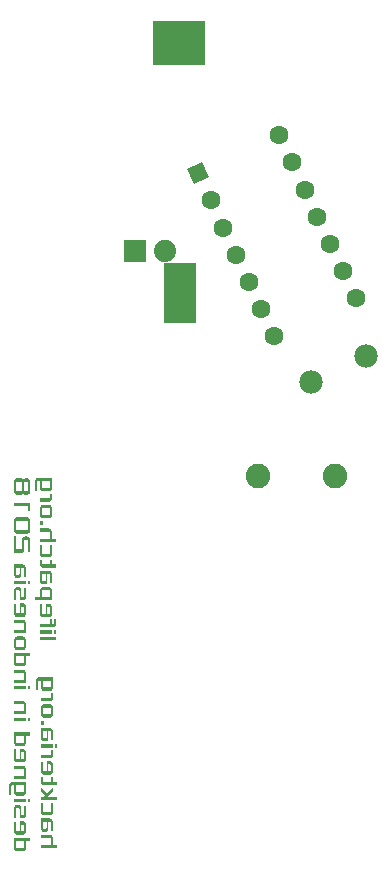
<source format=gbs>
G04 ---------------------------- Layer name :BOTTOM SOLDER LAYER*
G04 easyEDA 0.1*
G04 Scale: 100 percent, Rotated: No, Reflected: No *
G04 Dimensions in inches *
G04 leading zeros omitted , absolute positions ,2 integer and 4 * 
%FSLAX24Y24*%
%MOIN*%
G90*
G70D02*

%ADD12R,0.173354X0.145795*%
%ADD13R,0.106425X0.204850*%
%ADD14C,0.086740*%
%ADD16R,0.074000X0.074000*%
%ADD17C,0.074000*%
%ADD19C,0.078000*%
%ADD22C,0.063000*%
%ADD24C,0.082000*%

%LPD*%

%LPD*%
G36*
G01X2196Y11684D02*
G01X1668Y11684D01*
G01X1668Y11796D01*
G01X2196Y11796D01*
G01X2196Y11684D01*
G37*
G36*
G01X2052Y11900D02*
G01X1668Y11900D01*
G01X1668Y12012D01*
G01X2052Y12012D01*
G01X2052Y11900D01*
G37*
G36*
G01X2196Y11900D02*
G01X2116Y11900D01*
G01X2116Y12012D01*
G01X2196Y12012D01*
G01X2196Y11900D01*
G37*
G36*
G01X2108Y12116D02*
G01X1668Y12116D01*
G01X1668Y12228D01*
G01X1992Y12228D01*
G01X1992Y12380D01*
G01X2052Y12380D01*
G01X2052Y12228D01*
G01X2116Y12228D01*
G01X2116Y12228D01*
G01X2124Y12229D01*
G01X2130Y12234D01*
G01X2134Y12243D01*
G01X2136Y12256D01*
G01X2136Y12380D01*
G01X2196Y12380D01*
G01X2196Y12236D01*
G01X2196Y12236D01*
G01X2194Y12209D01*
G01X2190Y12185D01*
G01X2183Y12164D01*
G01X2174Y12147D01*
G01X2162Y12133D01*
G01X2147Y12124D01*
G01X2129Y12118D01*
G01X2108Y12116D01*
G37*
G36*
G01X1964Y12460D02*
G01X1756Y12460D01*
G01X1756Y12460D01*
G01X1735Y12462D01*
G01X1716Y12468D01*
G01X1701Y12477D01*
G01X1689Y12491D01*
G01X1680Y12508D01*
G01X1673Y12529D01*
G01X1669Y12553D01*
G01X1668Y12580D01*
G01X1668Y12892D01*
G01X1728Y12892D01*
G01X1728Y12600D01*
G01X1728Y12600D01*
G01X1729Y12587D01*
G01X1733Y12578D01*
G01X1739Y12573D01*
G01X1748Y12572D01*
G01X1848Y12572D01*
G01X1848Y12908D01*
G01X1964Y12908D01*
G01X1964Y12908D01*
G01X1985Y12905D01*
G01X2003Y12899D01*
G01X2018Y12890D01*
G01X2030Y12876D01*
G01X2039Y12859D01*
G01X2046Y12838D01*
G01X2050Y12814D01*
G01X2052Y12788D01*
G01X2052Y12580D01*
G01X2052Y12580D01*
G01X2050Y12553D01*
G01X2046Y12529D01*
G01X2039Y12508D01*
G01X2030Y12491D01*
G01X2018Y12477D01*
G01X2003Y12468D01*
G01X1985Y12462D01*
G01X1964Y12460D01*
G37*
G36*
G01X2052Y13012D02*
G01X1500Y13012D01*
G01X1500Y13124D01*
G01X1668Y13124D01*
G01X1668Y13340D01*
G01X1668Y13340D01*
G01X1669Y13366D01*
G01X1673Y13390D01*
G01X1680Y13411D01*
G01X1689Y13428D01*
G01X1701Y13442D01*
G01X1716Y13451D01*
G01X1735Y13457D01*
G01X1756Y13460D01*
G01X1964Y13460D01*
G01X1964Y13460D01*
G01X1985Y13457D01*
G01X2003Y13451D01*
G01X2018Y13442D01*
G01X2030Y13428D01*
G01X2039Y13411D01*
G01X2046Y13390D01*
G01X2050Y13366D01*
G01X2052Y13340D01*
G01X2052Y13012D01*
G37*
G36*
G01X1820Y13556D02*
G01X1756Y13556D01*
G01X1756Y13556D01*
G01X1735Y13558D01*
G01X1716Y13564D01*
G01X1701Y13573D01*
G01X1689Y13587D01*
G01X1680Y13604D01*
G01X1673Y13625D01*
G01X1669Y13649D01*
G01X1668Y13676D01*
G01X1668Y14004D01*
G01X1964Y14004D01*
G01X1964Y14004D01*
G01X1985Y14001D01*
G01X2003Y13995D01*
G01X2018Y13986D01*
G01X2030Y13972D01*
G01X2039Y13955D01*
G01X2046Y13934D01*
G01X2050Y13910D01*
G01X2052Y13884D01*
G01X2052Y13588D01*
G01X1992Y13588D01*
G01X1992Y13864D01*
G01X1992Y13864D01*
G01X1990Y13876D01*
G01X1986Y13885D01*
G01X1980Y13890D01*
G01X1972Y13892D01*
G01X1908Y13892D01*
G01X1908Y13676D01*
G01X1908Y13676D01*
G01X1906Y13649D01*
G01X1902Y13625D01*
G01X1895Y13604D01*
G01X1886Y13587D01*
G01X1874Y13573D01*
G01X1859Y13564D01*
G01X1841Y13558D01*
G01X1820Y13556D01*
G37*
G36*
G01X2196Y14108D02*
G01X1756Y14108D01*
G01X1756Y14108D01*
G01X1735Y14110D01*
G01X1716Y14116D01*
G01X1701Y14125D01*
G01X1689Y14139D01*
G01X1680Y14156D01*
G01X1673Y14177D01*
G01X1669Y14201D01*
G01X1668Y14228D01*
G01X1668Y14372D01*
G01X1728Y14372D01*
G01X1728Y14248D01*
G01X1728Y14248D01*
G01X1729Y14235D01*
G01X1733Y14226D01*
G01X1739Y14221D01*
G01X1748Y14220D01*
G01X1992Y14220D01*
G01X1992Y14372D01*
G01X2052Y14372D01*
G01X2052Y14220D01*
G01X2196Y14220D01*
G01X2196Y14108D01*
G37*
G36*
G01X1964Y14460D02*
G01X1756Y14460D01*
G01X1756Y14460D01*
G01X1735Y14462D01*
G01X1716Y14468D01*
G01X1701Y14477D01*
G01X1689Y14491D01*
G01X1680Y14508D01*
G01X1673Y14529D01*
G01X1669Y14553D01*
G01X1668Y14580D01*
G01X1668Y14876D01*
G01X1728Y14876D01*
G01X1728Y14600D01*
G01X1728Y14600D01*
G01X1729Y14587D01*
G01X1733Y14578D01*
G01X1739Y14573D01*
G01X1748Y14572D01*
G01X1972Y14572D01*
G01X1972Y14572D01*
G01X1980Y14573D01*
G01X1986Y14578D01*
G01X1990Y14587D01*
G01X1992Y14600D01*
G01X1992Y14876D01*
G01X2052Y14876D01*
G01X2052Y14580D01*
G01X2052Y14580D01*
G01X2050Y14553D01*
G01X2046Y14529D01*
G01X2039Y14508D01*
G01X2030Y14491D01*
G01X2018Y14477D01*
G01X2003Y14468D01*
G01X1985Y14462D01*
G01X1964Y14460D01*
G37*
G36*
G01X2196Y14964D02*
G01X1668Y14964D01*
G01X1668Y15076D01*
G01X1992Y15076D01*
G01X1992Y15272D01*
G01X1992Y15272D01*
G01X1990Y15284D01*
G01X1986Y15293D01*
G01X1980Y15298D01*
G01X1972Y15300D01*
G01X1668Y15300D01*
G01X1668Y15412D01*
G01X1964Y15412D01*
G01X1964Y15412D01*
G01X1985Y15409D01*
G01X2003Y15403D01*
G01X2018Y15394D01*
G01X2030Y15380D01*
G01X2039Y15363D01*
G01X2046Y15342D01*
G01X2050Y15318D01*
G01X2052Y15292D01*
G01X2052Y15076D01*
G01X2196Y15076D01*
G01X2196Y14964D01*
G37*
G36*
G01X1764Y15524D02*
G01X1668Y15524D01*
G01X1668Y15644D01*
G01X1764Y15644D01*
G01X1764Y15524D01*
G37*
G36*
G01X1964Y15756D02*
G01X1756Y15756D01*
G01X1756Y15756D01*
G01X1735Y15758D01*
G01X1716Y15764D01*
G01X1701Y15773D01*
G01X1689Y15787D01*
G01X1680Y15804D01*
G01X1673Y15825D01*
G01X1669Y15849D01*
G01X1668Y15876D01*
G01X1668Y16084D01*
G01X1668Y16084D01*
G01X1669Y16110D01*
G01X1673Y16134D01*
G01X1680Y16155D01*
G01X1689Y16172D01*
G01X1701Y16186D01*
G01X1716Y16195D01*
G01X1735Y16201D01*
G01X1756Y16204D01*
G01X1964Y16204D01*
G01X1964Y16204D01*
G01X1985Y16201D01*
G01X2003Y16195D01*
G01X2018Y16186D01*
G01X2030Y16172D01*
G01X2039Y16155D01*
G01X2046Y16134D01*
G01X2050Y16110D01*
G01X2052Y16084D01*
G01X2052Y15876D01*
G01X2052Y15876D01*
G01X2050Y15849D01*
G01X2046Y15825D01*
G01X2039Y15804D01*
G01X2030Y15787D01*
G01X2018Y15773D01*
G01X2003Y15764D01*
G01X1985Y15758D01*
G01X1964Y15756D01*
G37*
G36*
G01X1964Y16308D02*
G01X1668Y16308D01*
G01X1668Y16420D01*
G01X1972Y16420D01*
G01X1972Y16420D01*
G01X1980Y16421D01*
G01X1986Y16426D01*
G01X1990Y16435D01*
G01X1992Y16448D01*
G01X1992Y16572D01*
G01X2052Y16572D01*
G01X2052Y16428D01*
G01X2052Y16428D01*
G01X2050Y16401D01*
G01X2046Y16377D01*
G01X2039Y16356D01*
G01X2030Y16339D01*
G01X2018Y16325D01*
G01X2003Y16316D01*
G01X1985Y16310D01*
G01X1964Y16308D01*
G37*
G36*
G01X1964Y16652D02*
G01X1756Y16652D01*
G01X1756Y16652D01*
G01X1735Y16654D01*
G01X1716Y16660D01*
G01X1701Y16669D01*
G01X1689Y16683D01*
G01X1680Y16700D01*
G01X1673Y16721D01*
G01X1669Y16745D01*
G01X1668Y16772D01*
G01X1668Y16988D01*
G01X1588Y16988D01*
G01X1588Y16988D01*
G01X1575Y16985D01*
G01X1566Y16977D01*
G01X1561Y16966D01*
G01X1560Y16952D01*
G01X1560Y16668D01*
G01X1500Y16668D01*
G01X1500Y16980D01*
G01X1500Y16980D01*
G01X1501Y17006D01*
G01X1505Y17030D01*
G01X1512Y17051D01*
G01X1521Y17068D01*
G01X1533Y17082D01*
G01X1548Y17091D01*
G01X1567Y17097D01*
G01X1588Y17100D01*
G01X2052Y17100D01*
G01X2052Y16772D01*
G01X2052Y16772D01*
G01X2050Y16745D01*
G01X2046Y16721D01*
G01X2039Y16700D01*
G01X2030Y16683D01*
G01X2018Y16669D01*
G01X2003Y16660D01*
G01X1985Y16654D01*
G01X1964Y16652D01*
G37*

%LPC*%
G36*
G01X1908Y12796D02*
G01X1908Y12572D01*
G01X1972Y12572D01*
G01X1972Y12572D01*
G01X1980Y12573D01*
G01X1986Y12578D01*
G01X1990Y12587D01*
G01X1992Y12600D01*
G01X1992Y12768D01*
G01X1992Y12768D01*
G01X1990Y12780D01*
G01X1986Y12789D01*
G01X1980Y12794D01*
G01X1972Y12796D01*
G01X1908Y12796D01*
G37*
G36*
G01X1728Y13320D02*
G01X1728Y13124D01*
G01X1992Y13124D01*
G01X1992Y13320D01*
G01X1992Y13320D01*
G01X1990Y13332D01*
G01X1986Y13341D01*
G01X1980Y13346D01*
G01X1972Y13348D01*
G01X1748Y13348D01*
G01X1748Y13348D01*
G01X1739Y13346D01*
G01X1733Y13341D01*
G01X1729Y13332D01*
G01X1728Y13320D01*
G37*
G36*
G01X1748Y13668D02*
G01X1748Y13668D01*
G01X1828Y13668D01*
G01X1828Y13668D01*
G01X1836Y13669D01*
G01X1842Y13674D01*
G01X1846Y13683D01*
G01X1848Y13696D01*
G01X1848Y13892D01*
G01X1728Y13892D01*
G01X1728Y13696D01*
G01X1728Y13696D01*
G01X1729Y13683D01*
G01X1733Y13674D01*
G01X1739Y13669D01*
G01X1748Y13668D01*
G37*
G36*
G01X1748Y15868D02*
G01X1748Y15868D01*
G01X1972Y15868D01*
G01X1972Y15868D01*
G01X1980Y15869D01*
G01X1986Y15874D01*
G01X1990Y15883D01*
G01X1992Y15896D01*
G01X1992Y16064D01*
G01X1992Y16064D01*
G01X1990Y16076D01*
G01X1986Y16085D01*
G01X1980Y16090D01*
G01X1972Y16092D01*
G01X1748Y16092D01*
G01X1748Y16092D01*
G01X1739Y16090D01*
G01X1733Y16085D01*
G01X1729Y16076D01*
G01X1728Y16064D01*
G01X1728Y15896D01*
G01X1728Y15896D01*
G01X1729Y15883D01*
G01X1733Y15874D01*
G01X1739Y15869D01*
G01X1748Y15868D01*
G37*
G36*
G01X1748Y16764D02*
G01X1748Y16764D01*
G01X1972Y16764D01*
G01X1972Y16764D01*
G01X1980Y16765D01*
G01X1986Y16770D01*
G01X1990Y16779D01*
G01X1992Y16792D01*
G01X1992Y16988D01*
G01X1728Y16988D01*
G01X1728Y16792D01*
G01X1728Y16792D01*
G01X1729Y16779D01*
G01X1733Y16770D01*
G01X1739Y16765D01*
G01X1748Y16764D01*
G37*

%LPD*%

%LPD*%
G36*
G01X2227Y4751D02*
G01X1699Y4751D01*
G01X1699Y4863D01*
G01X2023Y4863D01*
G01X2023Y5059D01*
G01X2023Y5059D01*
G01X2022Y5072D01*
G01X2018Y5081D01*
G01X2012Y5086D01*
G01X2003Y5088D01*
G01X1699Y5088D01*
G01X1699Y5200D01*
G01X1995Y5200D01*
G01X1995Y5200D01*
G01X2016Y5197D01*
G01X2035Y5191D01*
G01X2050Y5182D01*
G01X2062Y5168D01*
G01X2071Y5151D01*
G01X2078Y5130D01*
G01X2082Y5106D01*
G01X2083Y5080D01*
G01X2083Y4863D01*
G01X2227Y4863D01*
G01X2227Y4751D01*
G37*
G36*
G01X1851Y5296D02*
G01X1787Y5296D01*
G01X1787Y5296D01*
G01X1766Y5298D01*
G01X1748Y5304D01*
G01X1733Y5313D01*
G01X1721Y5327D01*
G01X1712Y5344D01*
G01X1705Y5365D01*
G01X1701Y5389D01*
G01X1699Y5415D01*
G01X1699Y5744D01*
G01X1995Y5744D01*
G01X1995Y5744D01*
G01X2016Y5741D01*
G01X2035Y5735D01*
G01X2050Y5726D01*
G01X2062Y5712D01*
G01X2071Y5695D01*
G01X2078Y5674D01*
G01X2082Y5650D01*
G01X2083Y5623D01*
G01X2083Y5328D01*
G01X2023Y5328D01*
G01X2023Y5603D01*
G01X2023Y5603D01*
G01X2022Y5616D01*
G01X2018Y5625D01*
G01X2012Y5630D01*
G01X2003Y5632D01*
G01X1939Y5632D01*
G01X1939Y5415D01*
G01X1939Y5415D01*
G01X1938Y5389D01*
G01X1934Y5365D01*
G01X1927Y5344D01*
G01X1918Y5327D01*
G01X1906Y5313D01*
G01X1891Y5304D01*
G01X1872Y5298D01*
G01X1851Y5296D01*
G37*
G36*
G01X1995Y5848D02*
G01X1787Y5848D01*
G01X1787Y5848D01*
G01X1766Y5850D01*
G01X1748Y5856D01*
G01X1733Y5865D01*
G01X1721Y5879D01*
G01X1712Y5896D01*
G01X1705Y5917D01*
G01X1701Y5941D01*
G01X1699Y5967D01*
G01X1699Y6263D01*
G01X1759Y6263D01*
G01X1759Y5988D01*
G01X1759Y5988D01*
G01X1761Y5975D01*
G01X1765Y5966D01*
G01X1771Y5961D01*
G01X1779Y5959D01*
G01X2003Y5959D01*
G01X2003Y5959D01*
G01X2012Y5961D01*
G01X2018Y5966D01*
G01X2022Y5975D01*
G01X2023Y5988D01*
G01X2023Y6263D01*
G01X2083Y6263D01*
G01X2083Y5967D01*
G01X2083Y5967D01*
G01X2082Y5941D01*
G01X2078Y5917D01*
G01X2071Y5896D01*
G01X2062Y5879D01*
G01X2050Y5865D01*
G01X2035Y5856D01*
G01X2016Y5850D01*
G01X1995Y5848D01*
G37*
G36*
G01X2227Y6351D02*
G01X1699Y6351D01*
G01X1699Y6463D01*
G01X1763Y6463D01*
G01X1835Y6536D01*
G01X1699Y6671D01*
G01X1699Y6800D01*
G01X1899Y6600D01*
G01X2083Y6784D01*
G01X2083Y6655D01*
G01X1891Y6463D01*
G01X2227Y6463D01*
G01X2227Y6351D01*
G37*
G36*
G01X2227Y6855D02*
G01X1787Y6855D01*
G01X1787Y6855D01*
G01X1766Y6858D01*
G01X1748Y6864D01*
G01X1733Y6873D01*
G01X1721Y6887D01*
G01X1712Y6904D01*
G01X1705Y6925D01*
G01X1701Y6949D01*
G01X1699Y6976D01*
G01X1699Y7119D01*
G01X1759Y7119D01*
G01X1759Y6996D01*
G01X1759Y6996D01*
G01X1761Y6983D01*
G01X1765Y6974D01*
G01X1771Y6969D01*
G01X1779Y6967D01*
G01X2023Y6967D01*
G01X2023Y7119D01*
G01X2083Y7119D01*
G01X2083Y6967D01*
G01X2227Y6967D01*
G01X2227Y6855D01*
G37*
G36*
G01X1995Y7207D02*
G01X1787Y7207D01*
G01X1787Y7207D01*
G01X1766Y7210D01*
G01X1748Y7216D01*
G01X1733Y7225D01*
G01X1721Y7239D01*
G01X1712Y7256D01*
G01X1705Y7277D01*
G01X1701Y7301D01*
G01X1699Y7328D01*
G01X1699Y7640D01*
G01X1759Y7640D01*
G01X1759Y7348D01*
G01X1759Y7348D01*
G01X1761Y7335D01*
G01X1765Y7326D01*
G01X1771Y7321D01*
G01X1779Y7319D01*
G01X1879Y7319D01*
G01X1879Y7655D01*
G01X1995Y7655D01*
G01X1995Y7655D01*
G01X2016Y7653D01*
G01X2035Y7647D01*
G01X2050Y7638D01*
G01X2062Y7624D01*
G01X2071Y7607D01*
G01X2078Y7586D01*
G01X2082Y7562D01*
G01X2083Y7536D01*
G01X2083Y7328D01*
G01X2083Y7328D01*
G01X2082Y7301D01*
G01X2078Y7277D01*
G01X2071Y7256D01*
G01X2062Y7239D01*
G01X2050Y7225D01*
G01X2035Y7216D01*
G01X2016Y7210D01*
G01X1995Y7207D01*
G37*
G36*
G01X1995Y7759D02*
G01X1699Y7759D01*
G01X1699Y7871D01*
G01X2003Y7871D01*
G01X2003Y7871D01*
G01X2012Y7873D01*
G01X2018Y7878D01*
G01X2022Y7887D01*
G01X2023Y7900D01*
G01X2023Y8023D01*
G01X2083Y8023D01*
G01X2083Y7880D01*
G01X2083Y7880D01*
G01X2082Y7853D01*
G01X2078Y7829D01*
G01X2071Y7808D01*
G01X2062Y7791D01*
G01X2050Y7777D01*
G01X2035Y7768D01*
G01X2016Y7762D01*
G01X1995Y7759D01*
G37*
G36*
G01X2083Y8103D02*
G01X1699Y8103D01*
G01X1699Y8215D01*
G01X2083Y8215D01*
G01X2083Y8103D01*
G37*
G36*
G01X2227Y8103D02*
G01X2147Y8103D01*
G01X2147Y8215D01*
G01X2227Y8215D01*
G01X2227Y8103D01*
G37*
G36*
G01X1851Y8311D02*
G01X1787Y8311D01*
G01X1787Y8311D01*
G01X1766Y8314D01*
G01X1748Y8320D01*
G01X1733Y8329D01*
G01X1721Y8343D01*
G01X1712Y8360D01*
G01X1705Y8381D01*
G01X1701Y8405D01*
G01X1699Y8432D01*
G01X1699Y8759D01*
G01X1995Y8759D01*
G01X1995Y8759D01*
G01X2016Y8757D01*
G01X2035Y8751D01*
G01X2050Y8742D01*
G01X2062Y8728D01*
G01X2071Y8711D01*
G01X2078Y8690D01*
G01X2082Y8666D01*
G01X2083Y8640D01*
G01X2083Y8344D01*
G01X2023Y8344D01*
G01X2023Y8619D01*
G01X2023Y8619D01*
G01X2022Y8632D01*
G01X2018Y8641D01*
G01X2012Y8646D01*
G01X2003Y8648D01*
G01X1939Y8648D01*
G01X1939Y8432D01*
G01X1939Y8432D01*
G01X1938Y8405D01*
G01X1934Y8381D01*
G01X1927Y8360D01*
G01X1918Y8343D01*
G01X1906Y8329D01*
G01X1891Y8320D01*
G01X1872Y8314D01*
G01X1851Y8311D01*
G37*
G36*
G01X1795Y8871D02*
G01X1699Y8871D01*
G01X1699Y8992D01*
G01X1795Y8992D01*
G01X1795Y8871D01*
G37*
G36*
G01X1995Y9103D02*
G01X1787Y9103D01*
G01X1787Y9103D01*
G01X1766Y9106D01*
G01X1748Y9112D01*
G01X1733Y9121D01*
G01X1721Y9135D01*
G01X1712Y9152D01*
G01X1705Y9173D01*
G01X1701Y9197D01*
G01X1699Y9223D01*
G01X1699Y9432D01*
G01X1699Y9432D01*
G01X1701Y9458D01*
G01X1705Y9482D01*
G01X1712Y9503D01*
G01X1721Y9520D01*
G01X1733Y9534D01*
G01X1748Y9543D01*
G01X1766Y9549D01*
G01X1787Y9551D01*
G01X1995Y9551D01*
G01X1995Y9551D01*
G01X2016Y9549D01*
G01X2035Y9543D01*
G01X2050Y9534D01*
G01X2062Y9520D01*
G01X2071Y9503D01*
G01X2078Y9482D01*
G01X2082Y9458D01*
G01X2083Y9432D01*
G01X2083Y9223D01*
G01X2083Y9223D01*
G01X2082Y9197D01*
G01X2078Y9173D01*
G01X2071Y9152D01*
G01X2062Y9135D01*
G01X2050Y9121D01*
G01X2035Y9112D01*
G01X2016Y9106D01*
G01X1995Y9103D01*
G37*
G36*
G01X1995Y9655D02*
G01X1699Y9655D01*
G01X1699Y9767D01*
G01X2003Y9767D01*
G01X2003Y9767D01*
G01X2012Y9769D01*
G01X2018Y9774D01*
G01X2022Y9783D01*
G01X2023Y9796D01*
G01X2023Y9919D01*
G01X2083Y9919D01*
G01X2083Y9776D01*
G01X2083Y9776D01*
G01X2082Y9749D01*
G01X2078Y9725D01*
G01X2071Y9704D01*
G01X2062Y9687D01*
G01X2050Y9673D01*
G01X2035Y9664D01*
G01X2016Y9658D01*
G01X1995Y9655D01*
G37*
G36*
G01X1995Y10000D02*
G01X1787Y10000D01*
G01X1787Y10000D01*
G01X1766Y10002D01*
G01X1748Y10008D01*
G01X1733Y10017D01*
G01X1721Y10031D01*
G01X1712Y10048D01*
G01X1705Y10069D01*
G01X1701Y10093D01*
G01X1699Y10119D01*
G01X1699Y10336D01*
G01X1619Y10336D01*
G01X1619Y10336D01*
G01X1607Y10333D01*
G01X1598Y10325D01*
G01X1593Y10314D01*
G01X1591Y10300D01*
G01X1591Y10015D01*
G01X1531Y10015D01*
G01X1531Y10328D01*
G01X1531Y10328D01*
G01X1533Y10354D01*
G01X1537Y10378D01*
G01X1544Y10399D01*
G01X1553Y10416D01*
G01X1565Y10430D01*
G01X1580Y10439D01*
G01X1598Y10445D01*
G01X1619Y10448D01*
G01X2083Y10448D01*
G01X2083Y10119D01*
G01X2083Y10119D01*
G01X2082Y10093D01*
G01X2078Y10069D01*
G01X2071Y10048D01*
G01X2062Y10031D01*
G01X2050Y10017D01*
G01X2035Y10008D01*
G01X2016Y10002D01*
G01X1995Y10000D01*
G37*

%LPC*%
G36*
G01X1779Y5407D02*
G01X1779Y5407D01*
G01X1859Y5407D01*
G01X1859Y5407D01*
G01X1868Y5409D01*
G01X1874Y5414D01*
G01X1878Y5423D01*
G01X1879Y5436D01*
G01X1879Y5632D01*
G01X1759Y5632D01*
G01X1759Y5436D01*
G01X1759Y5436D01*
G01X1761Y5423D01*
G01X1765Y5414D01*
G01X1771Y5409D01*
G01X1779Y5407D01*
G37*
G36*
G01X1939Y7544D02*
G01X1939Y7319D01*
G01X2003Y7319D01*
G01X2003Y7319D01*
G01X2012Y7321D01*
G01X2018Y7326D01*
G01X2022Y7335D01*
G01X2023Y7348D01*
G01X2023Y7515D01*
G01X2023Y7515D01*
G01X2022Y7528D01*
G01X2018Y7537D01*
G01X2012Y7542D01*
G01X2003Y7544D01*
G01X1939Y7544D01*
G37*
G36*
G01X1779Y8423D02*
G01X1779Y8423D01*
G01X1859Y8423D01*
G01X1859Y8423D01*
G01X1868Y8425D01*
G01X1874Y8430D01*
G01X1878Y8439D01*
G01X1879Y8451D01*
G01X1879Y8648D01*
G01X1759Y8648D01*
G01X1759Y8451D01*
G01X1759Y8451D01*
G01X1761Y8439D01*
G01X1765Y8430D01*
G01X1771Y8425D01*
G01X1779Y8423D01*
G37*
G36*
G01X1779Y9215D02*
G01X1779Y9215D01*
G01X2003Y9215D01*
G01X2003Y9215D01*
G01X2012Y9217D01*
G01X2018Y9222D01*
G01X2022Y9231D01*
G01X2023Y9244D01*
G01X2023Y9411D01*
G01X2023Y9411D01*
G01X2022Y9424D01*
G01X2018Y9433D01*
G01X2012Y9438D01*
G01X2003Y9440D01*
G01X1779Y9440D01*
G01X1779Y9440D01*
G01X1771Y9438D01*
G01X1765Y9433D01*
G01X1761Y9424D01*
G01X1759Y9411D01*
G01X1759Y9244D01*
G01X1759Y9244D01*
G01X1761Y9231D01*
G01X1765Y9222D01*
G01X1771Y9217D01*
G01X1779Y9215D01*
G37*
G36*
G01X1779Y10111D02*
G01X1779Y10111D01*
G01X2003Y10111D01*
G01X2003Y10111D01*
G01X2012Y10113D01*
G01X2018Y10118D01*
G01X2022Y10127D01*
G01X2023Y10140D01*
G01X2023Y10336D01*
G01X1759Y10336D01*
G01X1759Y10140D01*
G01X1759Y10140D01*
G01X1761Y10127D01*
G01X1765Y10118D01*
G01X1771Y10113D01*
G01X1779Y10111D01*
G37*

%LPD*%

%LPD*%
G36*
G01X1096Y4652D02*
G01X888Y4652D01*
G01X888Y4652D01*
G01X866Y4654D01*
G01X848Y4660D01*
G01X833Y4669D01*
G01X821Y4683D01*
G01X812Y4700D01*
G01X805Y4721D01*
G01X801Y4745D01*
G01X800Y4772D01*
G01X800Y5100D01*
G01X1328Y5100D01*
G01X1328Y4988D01*
G01X1184Y4988D01*
G01X1184Y4772D01*
G01X1184Y4772D01*
G01X1182Y4745D01*
G01X1178Y4721D01*
G01X1171Y4700D01*
G01X1162Y4683D01*
G01X1150Y4669D01*
G01X1135Y4660D01*
G01X1117Y4654D01*
G01X1096Y4652D01*
G37*
G36*
G01X1096Y5204D02*
G01X888Y5204D01*
G01X888Y5204D01*
G01X866Y5206D01*
G01X848Y5212D01*
G01X833Y5221D01*
G01X821Y5235D01*
G01X812Y5252D01*
G01X805Y5273D01*
G01X801Y5297D01*
G01X800Y5324D01*
G01X800Y5636D01*
G01X859Y5636D01*
G01X859Y5344D01*
G01X859Y5344D01*
G01X861Y5331D01*
G01X865Y5322D01*
G01X871Y5317D01*
G01X880Y5316D01*
G01X980Y5316D01*
G01X980Y5652D01*
G01X1096Y5652D01*
G01X1096Y5652D01*
G01X1117Y5649D01*
G01X1135Y5643D01*
G01X1150Y5634D01*
G01X1162Y5620D01*
G01X1171Y5603D01*
G01X1178Y5582D01*
G01X1182Y5558D01*
G01X1184Y5532D01*
G01X1184Y5324D01*
G01X1184Y5324D01*
G01X1182Y5297D01*
G01X1178Y5273D01*
G01X1171Y5252D01*
G01X1162Y5235D01*
G01X1150Y5221D01*
G01X1135Y5212D01*
G01X1117Y5206D01*
G01X1096Y5204D01*
G37*
G36*
G01X859Y5748D02*
G01X800Y5748D01*
G01X800Y6076D01*
G01X800Y6076D01*
G01X801Y6102D01*
G01X805Y6126D01*
G01X812Y6147D01*
G01X821Y6164D01*
G01X833Y6178D01*
G01X848Y6187D01*
G01X866Y6193D01*
G01X888Y6196D01*
G01X951Y6196D01*
G01X951Y6196D01*
G01X973Y6193D01*
G01X991Y6187D01*
G01X1006Y6178D01*
G01X1018Y6164D01*
G01X1027Y6147D01*
G01X1034Y6126D01*
G01X1038Y6102D01*
G01X1040Y6076D01*
G01X1040Y5888D01*
G01X1040Y5888D01*
G01X1041Y5875D01*
G01X1045Y5866D01*
G01X1051Y5861D01*
G01X1059Y5860D01*
G01X1103Y5860D01*
G01X1103Y5860D01*
G01X1112Y5861D01*
G01X1118Y5866D01*
G01X1122Y5875D01*
G01X1123Y5888D01*
G01X1123Y6164D01*
G01X1184Y6164D01*
G01X1184Y5868D01*
G01X1184Y5868D01*
G01X1182Y5841D01*
G01X1178Y5817D01*
G01X1171Y5796D01*
G01X1162Y5779D01*
G01X1150Y5765D01*
G01X1135Y5756D01*
G01X1117Y5750D01*
G01X1096Y5748D01*
G01X1067Y5748D01*
G01X1067Y5748D01*
G01X1046Y5750D01*
G01X1028Y5756D01*
G01X1013Y5765D01*
G01X1001Y5779D01*
G01X992Y5796D01*
G01X985Y5817D01*
G01X981Y5841D01*
G01X980Y5868D01*
G01X980Y6056D01*
G01X980Y6056D01*
G01X978Y6068D01*
G01X974Y6077D01*
G01X968Y6082D01*
G01X959Y6084D01*
G01X880Y6084D01*
G01X880Y6084D01*
G01X871Y6082D01*
G01X865Y6077D01*
G01X861Y6068D01*
G01X859Y6056D01*
G01X859Y5748D01*
G37*
G36*
G01X1184Y6292D02*
G01X800Y6292D01*
G01X800Y6404D01*
G01X1184Y6404D01*
G01X1184Y6292D01*
G37*
G36*
G01X1328Y6292D02*
G01X1248Y6292D01*
G01X1248Y6404D01*
G01X1328Y6404D01*
G01X1328Y6292D01*
G37*
G36*
G01X1096Y6508D02*
G01X888Y6508D01*
G01X888Y6508D01*
G01X866Y6510D01*
G01X848Y6516D01*
G01X833Y6525D01*
G01X821Y6539D01*
G01X812Y6556D01*
G01X805Y6577D01*
G01X801Y6601D01*
G01X800Y6628D01*
G01X800Y6844D01*
G01X719Y6844D01*
G01X719Y6844D01*
G01X707Y6841D01*
G01X698Y6833D01*
G01X693Y6822D01*
G01X692Y6808D01*
G01X692Y6524D01*
G01X632Y6524D01*
G01X632Y6836D01*
G01X632Y6836D01*
G01X633Y6862D01*
G01X637Y6886D01*
G01X644Y6907D01*
G01X653Y6924D01*
G01X665Y6938D01*
G01X680Y6947D01*
G01X698Y6953D01*
G01X719Y6956D01*
G01X1184Y6956D01*
G01X1184Y6628D01*
G01X1184Y6628D01*
G01X1182Y6601D01*
G01X1178Y6577D01*
G01X1171Y6556D01*
G01X1162Y6539D01*
G01X1150Y6525D01*
G01X1135Y6516D01*
G01X1117Y6510D01*
G01X1096Y6508D01*
G37*
G36*
G01X1184Y7060D02*
G01X800Y7060D01*
G01X800Y7172D01*
G01X1123Y7172D01*
G01X1123Y7368D01*
G01X1123Y7368D01*
G01X1122Y7380D01*
G01X1118Y7389D01*
G01X1112Y7394D01*
G01X1103Y7396D01*
G01X800Y7396D01*
G01X800Y7508D01*
G01X1096Y7508D01*
G01X1096Y7508D01*
G01X1117Y7505D01*
G01X1135Y7499D01*
G01X1150Y7490D01*
G01X1162Y7476D01*
G01X1171Y7459D01*
G01X1178Y7438D01*
G01X1182Y7414D01*
G01X1184Y7388D01*
G01X1184Y7060D01*
G37*
G36*
G01X1096Y7612D02*
G01X888Y7612D01*
G01X888Y7612D01*
G01X866Y7614D01*
G01X848Y7620D01*
G01X833Y7629D01*
G01X821Y7643D01*
G01X812Y7660D01*
G01X805Y7681D01*
G01X801Y7705D01*
G01X800Y7732D01*
G01X800Y8044D01*
G01X859Y8044D01*
G01X859Y7752D01*
G01X859Y7752D01*
G01X861Y7739D01*
G01X865Y7730D01*
G01X871Y7725D01*
G01X880Y7724D01*
G01X980Y7724D01*
G01X980Y8060D01*
G01X1096Y8060D01*
G01X1096Y8060D01*
G01X1117Y8057D01*
G01X1135Y8051D01*
G01X1150Y8042D01*
G01X1162Y8028D01*
G01X1171Y8011D01*
G01X1178Y7990D01*
G01X1182Y7966D01*
G01X1184Y7940D01*
G01X1184Y7732D01*
G01X1184Y7732D01*
G01X1182Y7705D01*
G01X1178Y7681D01*
G01X1171Y7660D01*
G01X1162Y7643D01*
G01X1150Y7629D01*
G01X1135Y7620D01*
G01X1117Y7614D01*
G01X1096Y7612D01*
G37*
G36*
G01X1096Y8164D02*
G01X888Y8164D01*
G01X888Y8164D01*
G01X866Y8166D01*
G01X848Y8172D01*
G01X833Y8181D01*
G01X821Y8195D01*
G01X812Y8212D01*
G01X805Y8233D01*
G01X801Y8257D01*
G01X800Y8284D01*
G01X800Y8612D01*
G01X1328Y8612D01*
G01X1328Y8500D01*
G01X1184Y8500D01*
G01X1184Y8284D01*
G01X1184Y8284D01*
G01X1182Y8257D01*
G01X1178Y8233D01*
G01X1171Y8212D01*
G01X1162Y8195D01*
G01X1150Y8181D01*
G01X1135Y8172D01*
G01X1117Y8166D01*
G01X1096Y8164D01*
G37*
G36*
G01X1184Y8996D02*
G01X800Y8996D01*
G01X800Y9108D01*
G01X1184Y9108D01*
G01X1184Y8996D01*
G37*
G36*
G01X1328Y8996D02*
G01X1248Y8996D01*
G01X1248Y9108D01*
G01X1328Y9108D01*
G01X1328Y8996D01*
G37*
G36*
G01X1184Y9212D02*
G01X800Y9212D01*
G01X800Y9324D01*
G01X1123Y9324D01*
G01X1123Y9520D01*
G01X1123Y9520D01*
G01X1122Y9532D01*
G01X1118Y9541D01*
G01X1112Y9546D01*
G01X1103Y9548D01*
G01X800Y9548D01*
G01X800Y9660D01*
G01X1096Y9660D01*
G01X1096Y9660D01*
G01X1117Y9657D01*
G01X1135Y9651D01*
G01X1150Y9642D01*
G01X1162Y9628D01*
G01X1171Y9611D01*
G01X1178Y9590D01*
G01X1182Y9566D01*
G01X1184Y9540D01*
G01X1184Y9212D01*
G37*
G36*
G01X1184Y10044D02*
G01X800Y10044D01*
G01X800Y10156D01*
G01X1184Y10156D01*
G01X1184Y10044D01*
G37*
G36*
G01X1328Y10044D02*
G01X1248Y10044D01*
G01X1248Y10156D01*
G01X1328Y10156D01*
G01X1328Y10044D01*
G37*
G36*
G01X1184Y10260D02*
G01X800Y10260D01*
G01X800Y10372D01*
G01X1123Y10372D01*
G01X1123Y10568D01*
G01X1123Y10568D01*
G01X1122Y10580D01*
G01X1118Y10589D01*
G01X1112Y10594D01*
G01X1103Y10596D01*
G01X800Y10596D01*
G01X800Y10708D01*
G01X1096Y10708D01*
G01X1096Y10708D01*
G01X1117Y10705D01*
G01X1135Y10699D01*
G01X1150Y10690D01*
G01X1162Y10676D01*
G01X1171Y10659D01*
G01X1178Y10638D01*
G01X1182Y10614D01*
G01X1184Y10588D01*
G01X1184Y10260D01*
G37*
G36*
G01X1096Y10812D02*
G01X888Y10812D01*
G01X888Y10812D01*
G01X866Y10814D01*
G01X848Y10820D01*
G01X833Y10829D01*
G01X821Y10843D01*
G01X812Y10860D01*
G01X805Y10881D01*
G01X801Y10905D01*
G01X800Y10932D01*
G01X800Y11260D01*
G01X1328Y11260D01*
G01X1328Y11148D01*
G01X1184Y11148D01*
G01X1184Y10932D01*
G01X1184Y10932D01*
G01X1182Y10905D01*
G01X1178Y10881D01*
G01X1171Y10860D01*
G01X1162Y10843D01*
G01X1150Y10829D01*
G01X1135Y10820D01*
G01X1117Y10814D01*
G01X1096Y10812D01*
G37*
G36*
G01X1096Y11364D02*
G01X888Y11364D01*
G01X888Y11364D01*
G01X866Y11366D01*
G01X848Y11372D01*
G01X833Y11381D01*
G01X821Y11395D01*
G01X812Y11412D01*
G01X805Y11433D01*
G01X801Y11457D01*
G01X800Y11484D01*
G01X800Y11692D01*
G01X800Y11692D01*
G01X801Y11718D01*
G01X805Y11742D01*
G01X812Y11763D01*
G01X821Y11780D01*
G01X833Y11794D01*
G01X848Y11803D01*
G01X866Y11809D01*
G01X888Y11812D01*
G01X1096Y11812D01*
G01X1096Y11812D01*
G01X1117Y11809D01*
G01X1135Y11803D01*
G01X1150Y11794D01*
G01X1162Y11780D01*
G01X1171Y11763D01*
G01X1178Y11742D01*
G01X1182Y11718D01*
G01X1184Y11692D01*
G01X1184Y11484D01*
G01X1184Y11484D01*
G01X1182Y11457D01*
G01X1178Y11433D01*
G01X1171Y11412D01*
G01X1162Y11395D01*
G01X1150Y11381D01*
G01X1135Y11372D01*
G01X1117Y11366D01*
G01X1096Y11364D01*
G37*
G36*
G01X1184Y11916D02*
G01X800Y11916D01*
G01X800Y12028D01*
G01X1123Y12028D01*
G01X1123Y12224D01*
G01X1123Y12224D01*
G01X1122Y12236D01*
G01X1118Y12245D01*
G01X1112Y12250D01*
G01X1103Y12252D01*
G01X800Y12252D01*
G01X800Y12364D01*
G01X1096Y12364D01*
G01X1096Y12364D01*
G01X1117Y12361D01*
G01X1135Y12355D01*
G01X1150Y12346D01*
G01X1162Y12332D01*
G01X1171Y12315D01*
G01X1178Y12294D01*
G01X1182Y12270D01*
G01X1184Y12244D01*
G01X1184Y11916D01*
G37*
G36*
G01X1096Y12468D02*
G01X888Y12468D01*
G01X888Y12468D01*
G01X866Y12470D01*
G01X848Y12476D01*
G01X833Y12485D01*
G01X821Y12499D01*
G01X812Y12516D01*
G01X805Y12537D01*
G01X801Y12561D01*
G01X800Y12588D01*
G01X800Y12900D01*
G01X859Y12900D01*
G01X859Y12608D01*
G01X859Y12608D01*
G01X861Y12595D01*
G01X865Y12586D01*
G01X871Y12581D01*
G01X880Y12580D01*
G01X980Y12580D01*
G01X980Y12916D01*
G01X1096Y12916D01*
G01X1096Y12916D01*
G01X1117Y12913D01*
G01X1135Y12907D01*
G01X1150Y12898D01*
G01X1162Y12884D01*
G01X1171Y12867D01*
G01X1178Y12846D01*
G01X1182Y12822D01*
G01X1184Y12796D01*
G01X1184Y12588D01*
G01X1184Y12588D01*
G01X1182Y12561D01*
G01X1178Y12537D01*
G01X1171Y12516D01*
G01X1162Y12499D01*
G01X1150Y12485D01*
G01X1135Y12476D01*
G01X1117Y12470D01*
G01X1096Y12468D01*
G37*
G36*
G01X859Y13012D02*
G01X800Y13012D01*
G01X800Y13340D01*
G01X800Y13340D01*
G01X801Y13366D01*
G01X805Y13390D01*
G01X812Y13411D01*
G01X821Y13428D01*
G01X833Y13442D01*
G01X848Y13451D01*
G01X866Y13457D01*
G01X888Y13460D01*
G01X951Y13460D01*
G01X951Y13460D01*
G01X973Y13457D01*
G01X991Y13451D01*
G01X1006Y13442D01*
G01X1018Y13428D01*
G01X1027Y13411D01*
G01X1034Y13390D01*
G01X1038Y13366D01*
G01X1040Y13340D01*
G01X1040Y13152D01*
G01X1040Y13152D01*
G01X1041Y13139D01*
G01X1045Y13130D01*
G01X1051Y13125D01*
G01X1059Y13124D01*
G01X1103Y13124D01*
G01X1103Y13124D01*
G01X1112Y13125D01*
G01X1118Y13130D01*
G01X1122Y13139D01*
G01X1123Y13152D01*
G01X1123Y13428D01*
G01X1184Y13428D01*
G01X1184Y13132D01*
G01X1184Y13132D01*
G01X1182Y13105D01*
G01X1178Y13081D01*
G01X1171Y13060D01*
G01X1162Y13043D01*
G01X1150Y13029D01*
G01X1135Y13020D01*
G01X1117Y13014D01*
G01X1096Y13012D01*
G01X1067Y13012D01*
G01X1067Y13012D01*
G01X1046Y13014D01*
G01X1028Y13020D01*
G01X1013Y13029D01*
G01X1001Y13043D01*
G01X992Y13060D01*
G01X985Y13081D01*
G01X981Y13105D01*
G01X980Y13132D01*
G01X980Y13320D01*
G01X980Y13320D01*
G01X978Y13332D01*
G01X974Y13341D01*
G01X968Y13346D01*
G01X959Y13348D01*
G01X880Y13348D01*
G01X880Y13348D01*
G01X871Y13346D01*
G01X865Y13341D01*
G01X861Y13332D01*
G01X859Y13320D01*
G01X859Y13012D01*
G37*
G36*
G01X1184Y13556D02*
G01X800Y13556D01*
G01X800Y13668D01*
G01X1184Y13668D01*
G01X1184Y13556D01*
G37*
G36*
G01X1328Y13556D02*
G01X1248Y13556D01*
G01X1248Y13668D01*
G01X1328Y13668D01*
G01X1328Y13556D01*
G37*
G36*
G01X951Y13764D02*
G01X888Y13764D01*
G01X888Y13764D01*
G01X866Y13766D01*
G01X848Y13772D01*
G01X833Y13781D01*
G01X821Y13795D01*
G01X812Y13812D01*
G01X805Y13833D01*
G01X801Y13857D01*
G01X800Y13884D01*
G01X800Y14212D01*
G01X1096Y14212D01*
G01X1096Y14212D01*
G01X1117Y14209D01*
G01X1135Y14203D01*
G01X1150Y14194D01*
G01X1162Y14180D01*
G01X1171Y14163D01*
G01X1178Y14142D01*
G01X1182Y14118D01*
G01X1184Y14092D01*
G01X1184Y13796D01*
G01X1123Y13796D01*
G01X1123Y14072D01*
G01X1123Y14072D01*
G01X1122Y14084D01*
G01X1118Y14093D01*
G01X1112Y14098D01*
G01X1103Y14100D01*
G01X1040Y14100D01*
G01X1040Y13884D01*
G01X1040Y13884D01*
G01X1038Y13857D01*
G01X1034Y13833D01*
G01X1027Y13812D01*
G01X1018Y13795D01*
G01X1006Y13781D01*
G01X991Y13772D01*
G01X973Y13766D01*
G01X951Y13764D01*
G37*
G36*
G01X1032Y14592D02*
G01X800Y14592D01*
G01X800Y15144D01*
G01X867Y15144D01*
G01X867Y14712D01*
G01X1036Y14712D01*
G01X1036Y14712D01*
G01X1046Y14714D01*
G01X1053Y14720D01*
G01X1058Y14730D01*
G01X1059Y14744D01*
G01X1059Y15016D01*
G01X1059Y15016D01*
G01X1061Y15044D01*
G01X1065Y15069D01*
G01X1073Y15091D01*
G01X1084Y15110D01*
G01X1097Y15124D01*
G01X1113Y15135D01*
G01X1133Y15141D01*
G01X1155Y15144D01*
G01X1232Y15144D01*
G01X1232Y15144D01*
G01X1254Y15141D01*
G01X1274Y15135D01*
G01X1290Y15124D01*
G01X1303Y15110D01*
G01X1314Y15091D01*
G01X1322Y15069D01*
G01X1326Y15044D01*
G01X1328Y15016D01*
G01X1328Y14632D01*
G01X1259Y14632D01*
G01X1259Y14992D01*
G01X1259Y14992D01*
G01X1258Y15005D01*
G01X1253Y15015D01*
G01X1246Y15021D01*
G01X1236Y15024D01*
G01X1151Y15024D01*
G01X1151Y15024D01*
G01X1141Y15021D01*
G01X1134Y15015D01*
G01X1129Y15005D01*
G01X1128Y14992D01*
G01X1128Y14720D01*
G01X1128Y14720D01*
G01X1126Y14691D01*
G01X1122Y14666D01*
G01X1114Y14644D01*
G01X1103Y14626D01*
G01X1090Y14611D01*
G01X1073Y14600D01*
G01X1054Y14594D01*
G01X1032Y14592D01*
G37*
G36*
G01X1232Y15240D02*
G01X896Y15240D01*
G01X896Y15240D01*
G01X873Y15242D01*
G01X853Y15248D01*
G01X837Y15259D01*
G01X824Y15274D01*
G01X813Y15292D01*
G01X805Y15314D01*
G01X801Y15339D01*
G01X800Y15368D01*
G01X800Y15664D01*
G01X800Y15664D01*
G01X801Y15692D01*
G01X805Y15717D01*
G01X813Y15739D01*
G01X823Y15758D01*
G01X837Y15772D01*
G01X853Y15783D01*
G01X873Y15789D01*
G01X896Y15792D01*
G01X1232Y15792D01*
G01X1232Y15792D01*
G01X1254Y15789D01*
G01X1274Y15783D01*
G01X1290Y15772D01*
G01X1303Y15758D01*
G01X1314Y15739D01*
G01X1322Y15717D01*
G01X1326Y15692D01*
G01X1328Y15664D01*
G01X1328Y15368D01*
G01X1328Y15368D01*
G01X1326Y15339D01*
G01X1322Y15314D01*
G01X1314Y15292D01*
G01X1303Y15274D01*
G01X1290Y15259D01*
G01X1273Y15248D01*
G01X1254Y15242D01*
G01X1232Y15240D01*
G37*
G36*
G01X1328Y15992D02*
G01X1259Y15992D01*
G01X1259Y16152D01*
G01X800Y16152D01*
G01X800Y16272D01*
G01X1328Y16272D01*
G01X1328Y15992D01*
G37*
G36*
G01X1011Y16536D02*
G01X896Y16536D01*
G01X896Y16536D01*
G01X873Y16538D01*
G01X853Y16544D01*
G01X837Y16555D01*
G01X824Y16570D01*
G01X813Y16588D01*
G01X805Y16610D01*
G01X801Y16635D01*
G01X800Y16664D01*
G01X800Y16960D01*
G01X800Y16960D01*
G01X801Y16988D01*
G01X805Y17013D01*
G01X813Y17035D01*
G01X823Y17054D01*
G01X837Y17068D01*
G01X853Y17079D01*
G01X873Y17085D01*
G01X896Y17088D01*
G01X1011Y17088D01*
G01X1011Y17088D01*
G01X1043Y17083D01*
G01X1067Y17070D01*
G01X1084Y17050D01*
G01X1096Y17028D01*
G01X1096Y17028D01*
G01X1107Y17050D01*
G01X1124Y17070D01*
G01X1148Y17083D01*
G01X1180Y17088D01*
G01X1232Y17088D01*
G01X1232Y17088D01*
G01X1254Y17085D01*
G01X1274Y17079D01*
G01X1290Y17068D01*
G01X1303Y17054D01*
G01X1314Y17035D01*
G01X1322Y17013D01*
G01X1326Y16988D01*
G01X1328Y16960D01*
G01X1328Y16664D01*
G01X1328Y16664D01*
G01X1326Y16635D01*
G01X1322Y16610D01*
G01X1314Y16588D01*
G01X1303Y16570D01*
G01X1290Y16555D01*
G01X1273Y16544D01*
G01X1254Y16538D01*
G01X1232Y16536D01*
G01X1180Y16536D01*
G01X1180Y16536D01*
G01X1148Y16540D01*
G01X1124Y16554D01*
G01X1107Y16573D01*
G01X1096Y16596D01*
G01X1096Y16596D01*
G01X1084Y16573D01*
G01X1067Y16554D01*
G01X1043Y16540D01*
G01X1011Y16536D01*
G37*

%LPC*%
G36*
G01X880Y4764D02*
G01X880Y4764D01*
G01X1103Y4764D01*
G01X1103Y4764D01*
G01X1112Y4765D01*
G01X1118Y4770D01*
G01X1122Y4779D01*
G01X1123Y4792D01*
G01X1123Y4988D01*
G01X859Y4988D01*
G01X859Y4792D01*
G01X859Y4792D01*
G01X861Y4779D01*
G01X865Y4770D01*
G01X871Y4765D01*
G01X880Y4764D01*
G37*
G36*
G01X1040Y5540D02*
G01X1040Y5316D01*
G01X1103Y5316D01*
G01X1103Y5316D01*
G01X1112Y5317D01*
G01X1118Y5322D01*
G01X1122Y5331D01*
G01X1123Y5344D01*
G01X1123Y5512D01*
G01X1123Y5512D01*
G01X1122Y5524D01*
G01X1118Y5533D01*
G01X1112Y5538D01*
G01X1103Y5540D01*
G01X1040Y5540D01*
G37*
G36*
G01X880Y6620D02*
G01X880Y6620D01*
G01X1103Y6620D01*
G01X1103Y6620D01*
G01X1112Y6621D01*
G01X1118Y6626D01*
G01X1122Y6635D01*
G01X1123Y6648D01*
G01X1123Y6844D01*
G01X859Y6844D01*
G01X859Y6648D01*
G01X859Y6648D01*
G01X861Y6635D01*
G01X865Y6626D01*
G01X871Y6621D01*
G01X880Y6620D01*
G37*
G36*
G01X1040Y7948D02*
G01X1040Y7724D01*
G01X1103Y7724D01*
G01X1103Y7724D01*
G01X1112Y7725D01*
G01X1118Y7730D01*
G01X1122Y7739D01*
G01X1123Y7752D01*
G01X1123Y7920D01*
G01X1123Y7920D01*
G01X1122Y7932D01*
G01X1118Y7941D01*
G01X1112Y7946D01*
G01X1103Y7948D01*
G01X1040Y7948D01*
G37*
G36*
G01X880Y8276D02*
G01X880Y8276D01*
G01X1103Y8276D01*
G01X1103Y8276D01*
G01X1112Y8277D01*
G01X1118Y8282D01*
G01X1122Y8291D01*
G01X1123Y8304D01*
G01X1123Y8500D01*
G01X859Y8500D01*
G01X859Y8304D01*
G01X859Y8304D01*
G01X861Y8291D01*
G01X865Y8282D01*
G01X871Y8277D01*
G01X880Y8276D01*
G37*
G36*
G01X880Y10924D02*
G01X880Y10924D01*
G01X1103Y10924D01*
G01X1103Y10924D01*
G01X1112Y10925D01*
G01X1118Y10930D01*
G01X1122Y10939D01*
G01X1123Y10952D01*
G01X1123Y11148D01*
G01X859Y11148D01*
G01X859Y10952D01*
G01X859Y10952D01*
G01X861Y10939D01*
G01X865Y10930D01*
G01X871Y10925D01*
G01X880Y10924D01*
G37*
G36*
G01X880Y11476D02*
G01X880Y11476D01*
G01X1103Y11476D01*
G01X1103Y11476D01*
G01X1112Y11477D01*
G01X1118Y11482D01*
G01X1122Y11491D01*
G01X1123Y11504D01*
G01X1123Y11672D01*
G01X1123Y11672D01*
G01X1122Y11684D01*
G01X1118Y11693D01*
G01X1112Y11698D01*
G01X1103Y11700D01*
G01X880Y11700D01*
G01X880Y11700D01*
G01X871Y11698D01*
G01X865Y11693D01*
G01X861Y11684D01*
G01X859Y11672D01*
G01X859Y11504D01*
G01X859Y11504D01*
G01X861Y11491D01*
G01X865Y11482D01*
G01X871Y11477D01*
G01X880Y11476D01*
G37*
G36*
G01X1040Y12804D02*
G01X1040Y12580D01*
G01X1103Y12580D01*
G01X1103Y12580D01*
G01X1112Y12581D01*
G01X1118Y12586D01*
G01X1122Y12595D01*
G01X1123Y12608D01*
G01X1123Y12776D01*
G01X1123Y12776D01*
G01X1122Y12788D01*
G01X1118Y12797D01*
G01X1112Y12802D01*
G01X1103Y12804D01*
G01X1040Y12804D01*
G37*
G36*
G01X880Y13876D02*
G01X880Y13876D01*
G01X959Y13876D01*
G01X959Y13876D01*
G01X968Y13877D01*
G01X974Y13882D01*
G01X978Y13891D01*
G01X980Y13904D01*
G01X980Y14100D01*
G01X859Y14100D01*
G01X859Y13904D01*
G01X859Y13904D01*
G01X861Y13891D01*
G01X865Y13882D01*
G01X871Y13877D01*
G01X880Y13876D01*
G37*
G36*
G01X892Y15360D02*
G01X892Y15360D01*
G01X1236Y15360D01*
G01X1236Y15360D01*
G01X1246Y15362D01*
G01X1253Y15368D01*
G01X1258Y15378D01*
G01X1259Y15392D01*
G01X1259Y15640D01*
G01X1259Y15640D01*
G01X1258Y15653D01*
G01X1253Y15663D01*
G01X1246Y15669D01*
G01X1236Y15672D01*
G01X892Y15672D01*
G01X892Y15672D01*
G01X881Y15669D01*
G01X873Y15663D01*
G01X869Y15653D01*
G01X867Y15640D01*
G01X867Y15392D01*
G01X867Y15392D01*
G01X869Y15378D01*
G01X873Y15368D01*
G01X881Y15362D01*
G01X892Y15360D01*
G37*
G36*
G01X892Y16656D02*
G01X892Y16656D01*
G01X1036Y16656D01*
G01X1036Y16656D01*
G01X1046Y16658D01*
G01X1053Y16664D01*
G01X1058Y16674D01*
G01X1059Y16688D01*
G01X1059Y16936D01*
G01X1059Y16936D01*
G01X1058Y16949D01*
G01X1053Y16959D01*
G01X1046Y16965D01*
G01X1036Y16968D01*
G01X892Y16968D01*
G01X892Y16968D01*
G01X881Y16965D01*
G01X873Y16959D01*
G01X869Y16949D01*
G01X867Y16936D01*
G01X867Y16688D01*
G01X867Y16688D01*
G01X869Y16674D01*
G01X873Y16664D01*
G01X881Y16658D01*
G01X892Y16656D01*
G37*
G36*
G01X1151Y16656D02*
G01X1151Y16656D01*
G01X1236Y16656D01*
G01X1236Y16656D01*
G01X1246Y16658D01*
G01X1253Y16664D01*
G01X1258Y16674D01*
G01X1259Y16688D01*
G01X1259Y16936D01*
G01X1259Y16936D01*
G01X1258Y16949D01*
G01X1253Y16959D01*
G01X1246Y16965D01*
G01X1236Y16968D01*
G01X1151Y16968D01*
G01X1151Y16968D01*
G01X1141Y16965D01*
G01X1134Y16959D01*
G01X1129Y16949D01*
G01X1128Y16936D01*
G01X1128Y16688D01*
G01X1128Y16688D01*
G01X1129Y16674D01*
G01X1134Y16664D01*
G01X1141Y16658D01*
G01X1151Y16656D01*
G37*

%LPD*%
G54D12*
G01X6300Y31600D03*
G54D13*
G01X6319Y23250D03*
G54D14*
G01X6319Y31650D03*
G01X6319Y23400D03*
G54D16*
G01X4819Y24650D03*
G54D17*
G01X5819Y24650D03*
G54D19*
G01X12519Y21150D03*
G01X10706Y20303D03*
G36*
G01X7053Y27615D02*
G01X7285Y27117D01*
G01X6786Y26884D01*
G01X6554Y27383D01*
G01X7053Y27615D01*
G37*
G54D22*
G01X7342Y26344D03*
G01X7765Y25438D03*
G01X8188Y24532D03*
G01X8610Y23625D03*
G01X9032Y22719D03*
G01X9456Y21813D03*
G01X12175Y23080D03*
G01X11752Y23986D03*
G01X11328Y24892D03*
G01X10906Y25798D03*
G01X10484Y26705D03*
G01X10061Y27611D03*
G01X9639Y28517D03*
G54D24*
G01X8939Y17150D03*
G01X11500Y17150D03*

M00*
M02*
</source>
